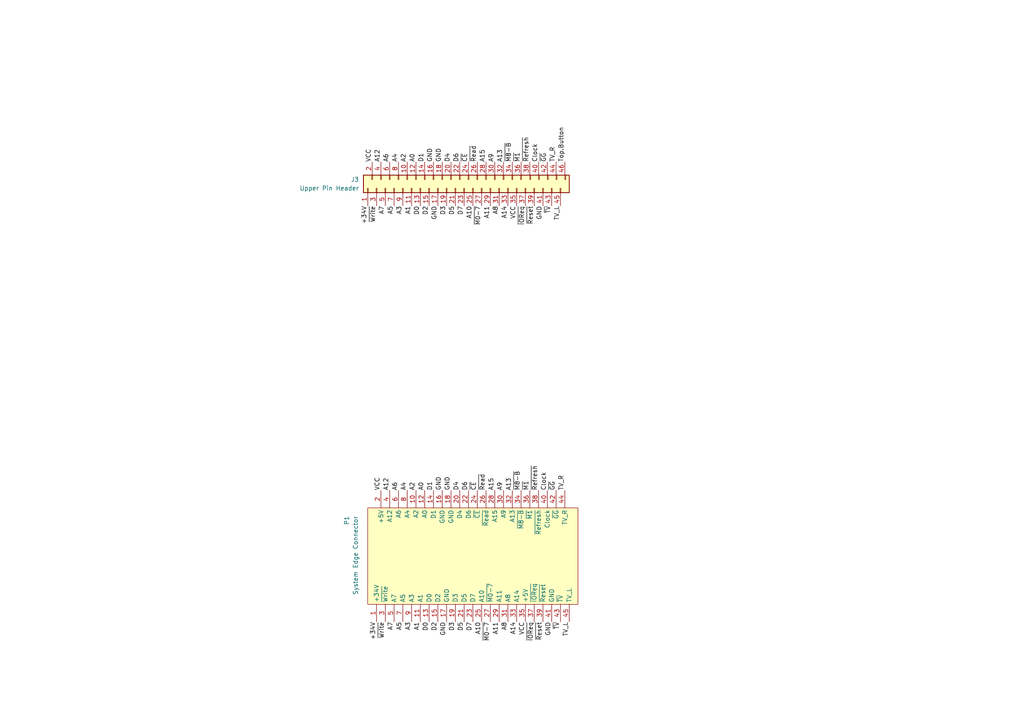
<source format=kicad_sch>
(kicad_sch
	(version 20231120)
	(generator "eeschema")
	(generator_version "8.0")
	(uuid "42ecdf49-74a4-4c8b-94be-4bd21f11fe50")
	(paper "A4")
	(lib_symbols
		(symbol "Connector_Generic:Conn_02x23_Odd_Even"
			(pin_names
				(offset 1.016) hide)
			(exclude_from_sim no)
			(in_bom yes)
			(on_board yes)
			(property "Reference" "J1"
				(at 2.5401 30.48 90)
				(effects
					(font
						(size 1.27 1.27)
					)
					(justify left)
				)
			)
			(property "Value" "Conn_02x23_Odd_Even"
				(at 0.0001 30.48 90)
				(effects
					(font
						(size 1.27 1.27)
					)
					(justify left)
				)
			)
			(property "Footprint" ""
				(at 0 0 0)
				(effects
					(font
						(size 1.27 1.27)
					)
					(hide yes)
				)
			)
			(property "Datasheet" "~"
				(at 0 0 0)
				(effects
					(font
						(size 1.27 1.27)
					)
					(hide yes)
				)
			)
			(property "Description" "Generic connector, double row, 02x23, odd/even pin numbering scheme (row 1 odd numbers, row 2 even numbers), script generated (kicad-library-utils/schlib/autogen/connector/)"
				(at 0 -2.54 0)
				(effects
					(font
						(size 1.27 1.27)
					)
					(hide yes)
				)
			)
			(property "ki_keywords" "connector"
				(at 0 0 0)
				(effects
					(font
						(size 1.27 1.27)
					)
					(hide yes)
				)
			)
			(property "ki_fp_filters" "Connector*:*_2x??_*"
				(at 0 0 0)
				(effects
					(font
						(size 1.27 1.27)
					)
					(hide yes)
				)
			)
			(symbol "Conn_02x23_Odd_Even_1_1"
				(rectangle
					(start -1.27 -27.813)
					(end 0 -28.067)
					(stroke
						(width 0.1524)
						(type default)
					)
					(fill
						(type none)
					)
				)
				(rectangle
					(start -1.27 -25.273)
					(end 0 -25.527)
					(stroke
						(width 0.1524)
						(type default)
					)
					(fill
						(type none)
					)
				)
				(rectangle
					(start -1.27 -22.733)
					(end 0 -22.987)
					(stroke
						(width 0.1524)
						(type default)
					)
					(fill
						(type none)
					)
				)
				(rectangle
					(start -1.27 -20.193)
					(end 0 -20.447)
					(stroke
						(width 0.1524)
						(type default)
					)
					(fill
						(type none)
					)
				)
				(rectangle
					(start -1.27 -17.653)
					(end 0 -17.907)
					(stroke
						(width 0.1524)
						(type default)
					)
					(fill
						(type none)
					)
				)
				(rectangle
					(start -1.27 -15.113)
					(end 0 -15.367)
					(stroke
						(width 0.1524)
						(type default)
					)
					(fill
						(type none)
					)
				)
				(rectangle
					(start -1.27 -12.573)
					(end 0 -12.827)
					(stroke
						(width 0.1524)
						(type default)
					)
					(fill
						(type none)
					)
				)
				(rectangle
					(start -1.27 -10.033)
					(end 0 -10.287)
					(stroke
						(width 0.1524)
						(type default)
					)
					(fill
						(type none)
					)
				)
				(rectangle
					(start -1.27 -7.493)
					(end 0 -7.747)
					(stroke
						(width 0.1524)
						(type default)
					)
					(fill
						(type none)
					)
				)
				(rectangle
					(start -1.27 -4.953)
					(end 0 -5.207)
					(stroke
						(width 0.1524)
						(type default)
					)
					(fill
						(type none)
					)
				)
				(rectangle
					(start -1.27 -2.413)
					(end 0 -2.667)
					(stroke
						(width 0.1524)
						(type default)
					)
					(fill
						(type none)
					)
				)
				(rectangle
					(start -1.27 0.127)
					(end 0 -0.127)
					(stroke
						(width 0.1524)
						(type default)
					)
					(fill
						(type none)
					)
				)
				(rectangle
					(start -1.27 2.667)
					(end 0 2.413)
					(stroke
						(width 0.1524)
						(type default)
					)
					(fill
						(type none)
					)
				)
				(rectangle
					(start -1.27 5.207)
					(end 0 4.953)
					(stroke
						(width 0.1524)
						(type default)
					)
					(fill
						(type none)
					)
				)
				(rectangle
					(start -1.27 7.747)
					(end 0 7.493)
					(stroke
						(width 0.1524)
						(type default)
					)
					(fill
						(type none)
					)
				)
				(rectangle
					(start -1.27 10.287)
					(end 0 10.033)
					(stroke
						(width 0.1524)
						(type default)
					)
					(fill
						(type none)
					)
				)
				(rectangle
					(start -1.27 12.827)
					(end 0 12.573)
					(stroke
						(width 0.1524)
						(type default)
					)
					(fill
						(type none)
					)
				)
				(rectangle
					(start -1.27 15.367)
					(end 0 15.113)
					(stroke
						(width 0.1524)
						(type default)
					)
					(fill
						(type none)
					)
				)
				(rectangle
					(start -1.27 17.907)
					(end 0 17.653)
					(stroke
						(width 0.1524)
						(type default)
					)
					(fill
						(type none)
					)
				)
				(rectangle
					(start -1.27 20.447)
					(end 0 20.193)
					(stroke
						(width 0.1524)
						(type default)
					)
					(fill
						(type none)
					)
				)
				(rectangle
					(start -1.27 22.987)
					(end 0 22.733)
					(stroke
						(width 0.1524)
						(type default)
					)
					(fill
						(type none)
					)
				)
				(rectangle
					(start -1.27 25.527)
					(end 0 25.273)
					(stroke
						(width 0.1524)
						(type default)
					)
					(fill
						(type none)
					)
				)
				(rectangle
					(start -1.27 28.067)
					(end 0 27.813)
					(stroke
						(width 0.1524)
						(type default)
					)
					(fill
						(type none)
					)
				)
				(rectangle
					(start -1.27 29.21)
					(end 3.81 -30.48)
					(stroke
						(width 0.254)
						(type default)
					)
					(fill
						(type background)
					)
				)
				(rectangle
					(start 2.54 -29.21)
					(end 3.81 -29.464)
					(stroke
						(width 0.1524)
						(type default)
					)
					(fill
						(type none)
					)
				)
				(rectangle
					(start 2.54 -26.67)
					(end 3.81 -26.924)
					(stroke
						(width 0.1524)
						(type default)
					)
					(fill
						(type none)
					)
				)
				(rectangle
					(start 2.54 -24.13)
					(end 3.81 -24.384)
					(stroke
						(width 0.1524)
						(type default)
					)
					(fill
						(type none)
					)
				)
				(rectangle
					(start 2.54 -21.59)
					(end 3.81 -21.844)
					(stroke
						(width 0.1524)
						(type default)
					)
					(fill
						(type none)
					)
				)
				(rectangle
					(start 2.54 -19.05)
					(end 3.81 -19.304)
					(stroke
						(width 0.1524)
						(type default)
					)
					(fill
						(type none)
					)
				)
				(rectangle
					(start 3.81 -16.383)
					(end 2.54 -16.637)
					(stroke
						(width 0.1524)
						(type default)
					)
					(fill
						(type none)
					)
				)
				(rectangle
					(start 3.81 -13.843)
					(end 2.54 -14.097)
					(stroke
						(width 0.1524)
						(type default)
					)
					(fill
						(type none)
					)
				)
				(rectangle
					(start 3.81 -11.303)
					(end 2.54 -11.557)
					(stroke
						(width 0.1524)
						(type default)
					)
					(fill
						(type none)
					)
				)
				(rectangle
					(start 3.81 -8.763)
					(end 2.54 -9.017)
					(stroke
						(width 0.1524)
						(type default)
					)
					(fill
						(type none)
					)
				)
				(rectangle
					(start 3.81 -6.223)
					(end 2.54 -6.477)
					(stroke
						(width 0.1524)
						(type default)
					)
					(fill
						(type none)
					)
				)
				(rectangle
					(start 3.81 -3.683)
					(end 2.54 -3.937)
					(stroke
						(width 0.1524)
						(type default)
					)
					(fill
						(type none)
					)
				)
				(rectangle
					(start 3.81 -1.143)
					(end 2.54 -1.397)
					(stroke
						(width 0.1524)
						(type default)
					)
					(fill
						(type none)
					)
				)
				(rectangle
					(start 3.81 1.397)
					(end 2.54 1.143)
					(stroke
						(width 0.1524)
						(type default)
					)
					(fill
						(type none)
					)
				)
				(rectangle
					(start 3.81 3.937)
					(end 2.54 3.683)
					(stroke
						(width 0.1524)
						(type default)
					)
					(fill
						(type none)
					)
				)
				(rectangle
					(start 3.81 6.477)
					(end 2.54 6.223)
					(stroke
						(width 0.1524)
						(type default)
					)
					(fill
						(type none)
					)
				)
				(rectangle
					(start 3.81 9.017)
					(end 2.54 8.763)
					(stroke
						(width 0.1524)
						(type default)
					)
					(fill
						(type none)
					)
				)
				(rectangle
					(start 3.81 11.557)
					(end 2.54 11.303)
					(stroke
						(width 0.1524)
						(type default)
					)
					(fill
						(type none)
					)
				)
				(rectangle
					(start 3.81 14.097)
					(end 2.54 13.843)
					(stroke
						(width 0.1524)
						(type default)
					)
					(fill
						(type none)
					)
				)
				(rectangle
					(start 3.81 16.637)
					(end 2.54 16.383)
					(stroke
						(width 0.1524)
						(type default)
					)
					(fill
						(type none)
					)
				)
				(rectangle
					(start 3.81 19.177)
					(end 2.54 18.923)
					(stroke
						(width 0.1524)
						(type default)
					)
					(fill
						(type none)
					)
				)
				(rectangle
					(start 3.81 21.717)
					(end 2.54 21.463)
					(stroke
						(width 0.1524)
						(type default)
					)
					(fill
						(type none)
					)
				)
				(rectangle
					(start 3.81 24.257)
					(end 2.54 24.003)
					(stroke
						(width 0.1524)
						(type default)
					)
					(fill
						(type none)
					)
				)
				(rectangle
					(start 3.81 26.797)
					(end 2.54 26.543)
					(stroke
						(width 0.1524)
						(type default)
					)
					(fill
						(type none)
					)
				)
				(pin passive line
					(at -5.08 27.94 0)
					(length 3.81)
					(name "Pin_1"
						(effects
							(font
								(size 1.27 1.27)
							)
						)
					)
					(number "1"
						(effects
							(font
								(size 1.27 1.27)
							)
						)
					)
				)
				(pin passive line
					(at 7.62 16.51 180)
					(length 3.81)
					(name "Pin_10"
						(effects
							(font
								(size 1.27 1.27)
							)
						)
					)
					(number "10"
						(effects
							(font
								(size 1.27 1.27)
							)
						)
					)
				)
				(pin passive line
					(at -5.08 15.24 0)
					(length 3.81)
					(name "Pin_11"
						(effects
							(font
								(size 1.27 1.27)
							)
						)
					)
					(number "11"
						(effects
							(font
								(size 1.27 1.27)
							)
						)
					)
				)
				(pin passive line
					(at 7.62 13.97 180)
					(length 3.81)
					(name "Pin_12"
						(effects
							(font
								(size 1.27 1.27)
							)
						)
					)
					(number "12"
						(effects
							(font
								(size 1.27 1.27)
							)
						)
					)
				)
				(pin passive line
					(at -5.08 12.7 0)
					(length 3.81)
					(name "Pin_13"
						(effects
							(font
								(size 1.27 1.27)
							)
						)
					)
					(number "13"
						(effects
							(font
								(size 1.27 1.27)
							)
						)
					)
				)
				(pin passive line
					(at 7.62 11.43 180)
					(length 3.81)
					(name "Pin_14"
						(effects
							(font
								(size 1.27 1.27)
							)
						)
					)
					(number "14"
						(effects
							(font
								(size 1.27 1.27)
							)
						)
					)
				)
				(pin passive line
					(at -5.08 10.16 0)
					(length 3.81)
					(name "Pin_15"
						(effects
							(font
								(size 1.27 1.27)
							)
						)
					)
					(number "15"
						(effects
							(font
								(size 1.27 1.27)
							)
						)
					)
				)
				(pin passive line
					(at 7.62 8.89 180)
					(length 3.81)
					(name "Pin_16"
						(effects
							(font
								(size 1.27 1.27)
							)
						)
					)
					(number "16"
						(effects
							(font
								(size 1.27 1.27)
							)
						)
					)
				)
				(pin passive line
					(at -5.08 7.62 0)
					(length 3.81)
					(name "Pin_17"
						(effects
							(font
								(size 1.27 1.27)
							)
						)
					)
					(number "17"
						(effects
							(font
								(size 1.27 1.27)
							)
						)
					)
				)
				(pin passive line
					(at 7.62 6.35 180)
					(length 3.81)
					(name "Pin_18"
						(effects
							(font
								(size 1.27 1.27)
							)
						)
					)
					(number "18"
						(effects
							(font
								(size 1.27 1.27)
							)
						)
					)
				)
				(pin passive line
					(at -5.08 5.08 0)
					(length 3.81)
					(name "Pin_19"
						(effects
							(font
								(size 1.27 1.27)
							)
						)
					)
					(number "19"
						(effects
							(font
								(size 1.27 1.27)
							)
						)
					)
				)
				(pin passive line
					(at 7.62 26.67 180)
					(length 3.81)
					(name "Pin_2"
						(effects
							(font
								(size 1.27 1.27)
							)
						)
					)
					(number "2"
						(effects
							(font
								(size 1.27 1.27)
							)
						)
					)
				)
				(pin passive line
					(at 7.62 3.81 180)
					(length 3.81)
					(name "Pin_20"
						(effects
							(font
								(size 1.27 1.27)
							)
						)
					)
					(number "20"
						(effects
							(font
								(size 1.27 1.27)
							)
						)
					)
				)
				(pin passive line
					(at -5.08 2.54 0)
					(length 3.81)
					(name "Pin_21"
						(effects
							(font
								(size 1.27 1.27)
							)
						)
					)
					(number "21"
						(effects
							(font
								(size 1.27 1.27)
							)
						)
					)
				)
				(pin passive line
					(at 7.62 1.27 180)
					(length 3.81)
					(name "Pin_22"
						(effects
							(font
								(size 1.27 1.27)
							)
						)
					)
					(number "22"
						(effects
							(font
								(size 1.27 1.27)
							)
						)
					)
				)
				(pin passive line
					(at -5.08 0 0)
					(length 3.81)
					(name "Pin_23"
						(effects
							(font
								(size 1.27 1.27)
							)
						)
					)
					(number "23"
						(effects
							(font
								(size 1.27 1.27)
							)
						)
					)
				)
				(pin passive line
					(at 7.62 -1.27 180)
					(length 3.81)
					(name "Pin_24"
						(effects
							(font
								(size 1.27 1.27)
							)
						)
					)
					(number "24"
						(effects
							(font
								(size 1.27 1.27)
							)
						)
					)
				)
				(pin passive line
					(at -5.08 -2.54 0)
					(length 3.81)
					(name "Pin_25"
						(effects
							(font
								(size 1.27 1.27)
							)
						)
					)
					(number "25"
						(effects
							(font
								(size 1.27 1.27)
							)
						)
					)
				)
				(pin passive line
					(at 7.62 -3.81 180)
					(length 3.81)
					(name "Pin_26"
						(effects
							(font
								(size 1.27 1.27)
							)
						)
					)
					(number "26"
						(effects
							(font
								(size 1.27 1.27)
							)
						)
					)
				)
				(pin passive line
					(at -5.08 -5.08 0)
					(length 3.81)
					(name "Pin_27"
						(effects
							(font
								(size 1.27 1.27)
							)
						)
					)
					(number "27"
						(effects
							(font
								(size 1.27 1.27)
							)
						)
					)
				)
				(pin passive line
					(at 7.62 -6.35 180)
					(length 3.81)
					(name "Pin_28"
						(effects
							(font
								(size 1.27 1.27)
							)
						)
					)
					(number "28"
						(effects
							(font
								(size 1.27 1.27)
							)
						)
					)
				)
				(pin passive line
					(at -5.08 -7.62 0)
					(length 3.81)
					(name "Pin_29"
						(effects
							(font
								(size 1.27 1.27)
							)
						)
					)
					(number "29"
						(effects
							(font
								(size 1.27 1.27)
							)
						)
					)
				)
				(pin passive line
					(at -5.08 25.4 0)
					(length 3.81)
					(name "Pin_3"
						(effects
							(font
								(size 1.27 1.27)
							)
						)
					)
					(number "3"
						(effects
							(font
								(size 1.27 1.27)
							)
						)
					)
				)
				(pin passive line
					(at 7.62 -8.89 180)
					(length 3.81)
					(name "Pin_30"
						(effects
							(font
								(size 1.27 1.27)
							)
						)
					)
					(number "30"
						(effects
							(font
								(size 1.27 1.27)
							)
						)
					)
				)
				(pin passive line
					(at -5.08 -10.16 0)
					(length 3.81)
					(name "Pin_31"
						(effects
							(font
								(size 1.27 1.27)
							)
						)
					)
					(number "31"
						(effects
							(font
								(size 1.27 1.27)
							)
						)
					)
				)
				(pin passive line
					(at 7.62 -11.43 180)
					(length 3.81)
					(name "Pin_32"
						(effects
							(font
								(size 1.27 1.27)
							)
						)
					)
					(number "32"
						(effects
							(font
								(size 1.27 1.27)
							)
						)
					)
				)
				(pin passive line
					(at -5.08 -12.7 0)
					(length 3.81)
					(name "Pin_33"
						(effects
							(font
								(size 1.27 1.27)
							)
						)
					)
					(number "33"
						(effects
							(font
								(size 1.27 1.27)
							)
						)
					)
				)
				(pin passive line
					(at 7.62 -13.97 180)
					(length 3.81)
					(name "Pin_34"
						(effects
							(font
								(size 1.27 1.27)
							)
						)
					)
					(number "34"
						(effects
							(font
								(size 1.27 1.27)
							)
						)
					)
				)
				(pin passive line
					(at -5.08 -15.24 0)
					(length 3.81)
					(name "Pin_35"
						(effects
							(font
								(size 1.27 1.27)
							)
						)
					)
					(number "35"
						(effects
							(font
								(size 1.27 1.27)
							)
						)
					)
				)
				(pin passive line
					(at 7.62 -16.51 180)
					(length 3.81)
					(name "Pin_36"
						(effects
							(font
								(size 1.27 1.27)
							)
						)
					)
					(number "36"
						(effects
							(font
								(size 1.27 1.27)
							)
						)
					)
				)
				(pin passive line
					(at -5.08 -17.78 0)
					(length 3.81)
					(name "Pin_37"
						(effects
							(font
								(size 1.27 1.27)
							)
						)
					)
					(number "37"
						(effects
							(font
								(size 1.27 1.27)
							)
						)
					)
				)
				(pin passive line
					(at 7.62 -19.05 180)
					(length 3.81)
					(name "Pin_38"
						(effects
							(font
								(size 1.27 1.27)
							)
						)
					)
					(number "38"
						(effects
							(font
								(size 1.27 1.27)
							)
						)
					)
				)
				(pin passive line
					(at -5.08 -20.32 0)
					(length 3.81)
					(name "Pin_39"
						(effects
							(font
								(size 1.27 1.27)
							)
						)
					)
					(number "39"
						(effects
							(font
								(size 1.27 1.27)
							)
						)
					)
				)
				(pin passive line
					(at 7.62 24.13 180)
					(length 3.81)
					(name "Pin_4"
						(effects
							(font
								(size 1.27 1.27)
							)
						)
					)
					(number "4"
						(effects
							(font
								(size 1.27 1.27)
							)
						)
					)
				)
				(pin passive line
					(at 7.62 -21.59 180)
					(length 3.81)
					(name "Pin_40"
						(effects
							(font
								(size 1.27 1.27)
							)
						)
					)
					(number "40"
						(effects
							(font
								(size 1.27 1.27)
							)
						)
					)
				)
				(pin passive line
					(at -5.08 -22.86 0)
					(length 3.81)
					(name "Pin_41"
						(effects
							(font
								(size 1.27 1.27)
							)
						)
					)
					(number "41"
						(effects
							(font
								(size 1.27 1.27)
							)
						)
					)
				)
				(pin passive line
					(at 7.62 -24.13 180)
					(length 3.81)
					(name "Pin_42"
						(effects
							(font
								(size 1.27 1.27)
							)
						)
					)
					(number "42"
						(effects
							(font
								(size 1.27 1.27)
							)
						)
					)
				)
				(pin passive line
					(at -5.08 -25.4 0)
					(length 3.81)
					(name "Pin_43"
						(effects
							(font
								(size 1.27 1.27)
							)
						)
					)
					(number "43"
						(effects
							(font
								(size 1.27 1.27)
							)
						)
					)
				)
				(pin passive line
					(at 7.62 -26.67 180)
					(length 3.81)
					(name "Pin_44"
						(effects
							(font
								(size 1.27 1.27)
							)
						)
					)
					(number "44"
						(effects
							(font
								(size 1.27 1.27)
							)
						)
					)
				)
				(pin passive line
					(at -5.08 -27.94 0)
					(length 3.81)
					(name "Pin_45"
						(effects
							(font
								(size 1.27 1.27)
							)
						)
					)
					(number "45"
						(effects
							(font
								(size 1.27 1.27)
							)
						)
					)
				)
				(pin passive line
					(at 7.62 -29.21 180)
					(length 3.81)
					(name "Pin_46"
						(effects
							(font
								(size 1.27 1.27)
							)
						)
					)
					(number "46"
						(effects
							(font
								(size 1.27 1.27)
							)
						)
					)
				)
				(pin passive line
					(at -5.08 22.86 0)
					(length 3.81)
					(name "Pin_5"
						(effects
							(font
								(size 1.27 1.27)
							)
						)
					)
					(number "5"
						(effects
							(font
								(size 1.27 1.27)
							)
						)
					)
				)
				(pin passive line
					(at 7.62 21.59 180)
					(length 3.81)
					(name "Pin_6"
						(effects
							(font
								(size 1.27 1.27)
							)
						)
					)
					(number "6"
						(effects
							(font
								(size 1.27 1.27)
							)
						)
					)
				)
				(pin passive line
					(at -5.08 20.32 0)
					(length 3.81)
					(name "Pin_7"
						(effects
							(font
								(size 1.27 1.27)
							)
						)
					)
					(number "7"
						(effects
							(font
								(size 1.27 1.27)
							)
						)
					)
				)
				(pin passive line
					(at 7.62 19.05 180)
					(length 3.81)
					(name "Pin_8"
						(effects
							(font
								(size 1.27 1.27)
							)
						)
					)
					(number "8"
						(effects
							(font
								(size 1.27 1.27)
							)
						)
					)
				)
				(pin passive line
					(at -5.08 17.78 0)
					(length 3.81)
					(name "Pin_9"
						(effects
							(font
								(size 1.27 1.27)
							)
						)
					)
					(number "9"
						(effects
							(font
								(size 1.27 1.27)
							)
						)
					)
				)
			)
		)
		(symbol "Game Gear:GG_Slot"
			(exclude_from_sim no)
			(in_bom yes)
			(on_board yes)
			(property "Reference" "J1"
				(at 18.034 26.416 0)
				(effects
					(font
						(size 1.27 1.27)
					)
					(justify right)
					(hide yes)
				)
			)
			(property "Value" "Game Cartridge Connector"
				(at 18.034 23.876 0)
				(effects
					(font
						(size 1.27 1.27)
					)
					(justify right)
				)
			)
			(property "Footprint" "GameGear:System Edge Connector"
				(at 0 0 0)
				(effects
					(font
						(size 1.27 1.27)
					)
					(hide yes)
				)
			)
			(property "Datasheet" ""
				(at 0 0 0)
				(effects
					(font
						(size 1.27 1.27)
					)
					(hide yes)
				)
			)
			(property "Description" ""
				(at 0 0 0)
				(effects
					(font
						(size 1.27 1.27)
					)
					(hide yes)
				)
			)
			(symbol "GG_Slot_1_1"
				(rectangle
					(start -7.62 20.32)
					(end 20.32 -40.64)
					(stroke
						(width 0.1524)
						(type default)
					)
					(fill
						(type background)
					)
				)
				(pin power_in line
					(at -12.7 17.78 0)
					(length 5.08)
					(name "+34V"
						(effects
							(font
								(size 1.27 1.27)
							)
						)
					)
					(number "1"
						(effects
							(font
								(size 1.27 1.27)
							)
						)
					)
				)
				(pin input line
					(at 25.4 6.35 180)
					(length 5.08)
					(name "A2"
						(effects
							(font
								(size 1.27 1.27)
							)
						)
					)
					(number "10"
						(effects
							(font
								(size 1.27 1.27)
							)
						)
					)
				)
				(pin input line
					(at -12.7 5.08 0)
					(length 5.08)
					(name "A1"
						(effects
							(font
								(size 1.27 1.27)
							)
						)
					)
					(number "11"
						(effects
							(font
								(size 1.27 1.27)
							)
						)
					)
				)
				(pin input line
					(at 25.4 3.81 180)
					(length 5.08)
					(name "A0"
						(effects
							(font
								(size 1.27 1.27)
							)
						)
					)
					(number "12"
						(effects
							(font
								(size 1.27 1.27)
							)
						)
					)
				)
				(pin bidirectional line
					(at -12.7 2.54 0)
					(length 5.08)
					(name "D0"
						(effects
							(font
								(size 1.27 1.27)
							)
						)
					)
					(number "13"
						(effects
							(font
								(size 1.27 1.27)
							)
						)
					)
				)
				(pin bidirectional line
					(at 25.4 1.27 180)
					(length 5.08)
					(name "D1"
						(effects
							(font
								(size 1.27 1.27)
							)
						)
					)
					(number "14"
						(effects
							(font
								(size 1.27 1.27)
							)
						)
					)
				)
				(pin bidirectional line
					(at -12.7 0 0)
					(length 5.08)
					(name "D2"
						(effects
							(font
								(size 1.27 1.27)
							)
						)
					)
					(number "15"
						(effects
							(font
								(size 1.27 1.27)
							)
						)
					)
				)
				(pin power_in line
					(at 25.4 -1.27 180)
					(length 5.08)
					(name "GND"
						(effects
							(font
								(size 1.27 1.27)
							)
						)
					)
					(number "16"
						(effects
							(font
								(size 1.27 1.27)
							)
						)
					)
				)
				(pin power_in line
					(at -12.7 -2.54 0)
					(length 5.08)
					(name "GND"
						(effects
							(font
								(size 1.27 1.27)
							)
						)
					)
					(number "17"
						(effects
							(font
								(size 1.27 1.27)
							)
						)
					)
				)
				(pin power_in line
					(at 25.4 -3.81 180)
					(length 5.08)
					(name "GND"
						(effects
							(font
								(size 1.27 1.27)
							)
						)
					)
					(number "18"
						(effects
							(font
								(size 1.27 1.27)
							)
						)
					)
				)
				(pin bidirectional line
					(at -12.7 -5.08 0)
					(length 5.08)
					(name "D3"
						(effects
							(font
								(size 1.27 1.27)
							)
						)
					)
					(number "19"
						(effects
							(font
								(size 1.27 1.27)
							)
						)
					)
				)
				(pin power_in line
					(at 25.4 16.51 180)
					(length 5.08)
					(name "+5V"
						(effects
							(font
								(size 1.27 1.27)
							)
						)
					)
					(number "2"
						(effects
							(font
								(size 1.27 1.27)
							)
						)
					)
				)
				(pin bidirectional line
					(at 25.4 -6.35 180)
					(length 5.08)
					(name "D4"
						(effects
							(font
								(size 1.27 1.27)
							)
						)
					)
					(number "20"
						(effects
							(font
								(size 1.27 1.27)
							)
						)
					)
				)
				(pin bidirectional line
					(at -12.7 -7.62 0)
					(length 5.08)
					(name "D5"
						(effects
							(font
								(size 1.27 1.27)
							)
						)
					)
					(number "21"
						(effects
							(font
								(size 1.27 1.27)
							)
						)
					)
				)
				(pin bidirectional line
					(at 25.4 -8.89 180)
					(length 5.08)
					(name "D6"
						(effects
							(font
								(size 1.27 1.27)
							)
						)
					)
					(number "22"
						(effects
							(font
								(size 1.27 1.27)
							)
						)
					)
				)
				(pin bidirectional line
					(at -12.7 -10.16 0)
					(length 5.08)
					(name "D7"
						(effects
							(font
								(size 1.27 1.27)
							)
						)
					)
					(number "23"
						(effects
							(font
								(size 1.27 1.27)
							)
						)
					)
				)
				(pin input line
					(at 25.4 -11.43 180)
					(length 5.08)
					(name "~{CE}"
						(effects
							(font
								(size 1.27 1.27)
							)
						)
					)
					(number "24"
						(effects
							(font
								(size 1.27 1.27)
							)
						)
					)
				)
				(pin input line
					(at -12.7 -12.7 0)
					(length 5.08)
					(name "A10"
						(effects
							(font
								(size 1.27 1.27)
							)
						)
					)
					(number "25"
						(effects
							(font
								(size 1.27 1.27)
							)
						)
					)
				)
				(pin input line
					(at 25.4 -13.97 180)
					(length 5.08)
					(name "~{Read}"
						(effects
							(font
								(size 1.27 1.27)
							)
						)
					)
					(number "26"
						(effects
							(font
								(size 1.27 1.27)
							)
						)
					)
				)
				(pin input line
					(at -12.7 -15.24 0)
					(length 5.08)
					(name "~{M0-7}"
						(effects
							(font
								(size 1.27 1.27)
							)
						)
					)
					(number "27"
						(effects
							(font
								(size 1.27 1.27)
							)
						)
					)
				)
				(pin input line
					(at 25.4 -16.51 180)
					(length 5.08)
					(name "A15"
						(effects
							(font
								(size 1.27 1.27)
							)
						)
					)
					(number "28"
						(effects
							(font
								(size 1.27 1.27)
							)
						)
					)
				)
				(pin input line
					(at -12.7 -17.78 0)
					(length 5.08)
					(name "A11"
						(effects
							(font
								(size 1.27 1.27)
							)
						)
					)
					(number "29"
						(effects
							(font
								(size 1.27 1.27)
							)
						)
					)
				)
				(pin input line
					(at -12.7 15.24 0)
					(length 5.08)
					(name "~{Write}"
						(effects
							(font
								(size 1.27 1.27)
							)
						)
					)
					(number "3"
						(effects
							(font
								(size 1.27 1.27)
							)
						)
					)
				)
				(pin input line
					(at 25.4 -19.05 180)
					(length 5.08)
					(name "A9"
						(effects
							(font
								(size 1.27 1.27)
							)
						)
					)
					(number "30"
						(effects
							(font
								(size 1.27 1.27)
							)
						)
					)
				)
				(pin input line
					(at -12.7 -20.32 0)
					(length 5.08)
					(name "A8"
						(effects
							(font
								(size 1.27 1.27)
							)
						)
					)
					(number "31"
						(effects
							(font
								(size 1.27 1.27)
							)
						)
					)
				)
				(pin input line
					(at 25.4 -21.59 180)
					(length 5.08)
					(name "A13"
						(effects
							(font
								(size 1.27 1.27)
							)
						)
					)
					(number "32"
						(effects
							(font
								(size 1.27 1.27)
							)
						)
					)
				)
				(pin input line
					(at -12.7 -22.86 0)
					(length 5.08)
					(name "A14"
						(effects
							(font
								(size 1.27 1.27)
							)
						)
					)
					(number "33"
						(effects
							(font
								(size 1.27 1.27)
							)
						)
					)
				)
				(pin input line
					(at 25.4 -24.13 180)
					(length 5.08)
					(name "~{M8-B}"
						(effects
							(font
								(size 1.27 1.27)
							)
						)
					)
					(number "34"
						(effects
							(font
								(size 1.27 1.27)
							)
						)
					)
				)
				(pin power_in line
					(at -12.7 -25.4 0)
					(length 5.08)
					(name "+5V"
						(effects
							(font
								(size 1.27 1.27)
							)
						)
					)
					(number "35"
						(effects
							(font
								(size 1.27 1.27)
							)
						)
					)
				)
				(pin input line
					(at 25.4 -26.67 180)
					(length 5.08)
					(name "~{M1}"
						(effects
							(font
								(size 1.27 1.27)
							)
						)
					)
					(number "36"
						(effects
							(font
								(size 1.27 1.27)
							)
						)
					)
				)
				(pin input line
					(at -12.7 -27.94 0)
					(length 5.08)
					(name "~{IOReq}"
						(effects
							(font
								(size 1.27 1.27)
							)
						)
					)
					(number "37"
						(effects
							(font
								(size 1.27 1.27)
							)
						)
					)
				)
				(pin input line
					(at 25.4 -29.21 180)
					(length 5.08)
					(name "~{Refresh}"
						(effects
							(font
								(size 1.27 1.27)
							)
						)
					)
					(number "38"
						(effects
							(font
								(size 1.27 1.27)
							)
						)
					)
				)
				(pin input line
					(at -12.7 -30.48 0)
					(length 5.08)
					(name "~{Reset}"
						(effects
							(font
								(size 1.27 1.27)
							)
						)
					)
					(number "39"
						(effects
							(font
								(size 1.27 1.27)
							)
						)
					)
				)
				(pin input line
					(at 25.4 13.97 180)
					(length 5.08)
					(name "A12"
						(effects
							(font
								(size 1.27 1.27)
							)
						)
					)
					(number "4"
						(effects
							(font
								(size 1.27 1.27)
							)
						)
					)
				)
				(pin input line
					(at 25.4 -31.75 180)
					(length 5.08)
					(name "Clock"
						(effects
							(font
								(size 1.27 1.27)
							)
						)
					)
					(number "40"
						(effects
							(font
								(size 1.27 1.27)
							)
						)
					)
				)
				(pin power_in line
					(at -12.7 -33.02 0)
					(length 5.08)
					(name "GND"
						(effects
							(font
								(size 1.27 1.27)
							)
						)
					)
					(number "41"
						(effects
							(font
								(size 1.27 1.27)
							)
						)
					)
				)
				(pin input line
					(at 25.4 -34.29 180)
					(length 5.08)
					(name "~{GG}"
						(effects
							(font
								(size 1.27 1.27)
							)
						)
					)
					(number "42"
						(effects
							(font
								(size 1.27 1.27)
							)
						)
					)
				)
				(pin input line
					(at -12.7 -35.56 0)
					(length 5.08)
					(name "~{TV}"
						(effects
							(font
								(size 1.27 1.27)
							)
						)
					)
					(number "43"
						(effects
							(font
								(size 1.27 1.27)
							)
						)
					)
				)
				(pin input line
					(at 25.4 -36.83 180)
					(length 5.08)
					(name "TV_R"
						(effects
							(font
								(size 1.27 1.27)
							)
						)
					)
					(number "44"
						(effects
							(font
								(size 1.27 1.27)
							)
						)
					)
				)
				(pin input line
					(at -12.7 -38.1 0)
					(length 5.08)
					(name "TV_L"
						(effects
							(font
								(size 1.27 1.27)
							)
						)
					)
					(number "45"
						(effects
							(font
								(size 1.27 1.27)
							)
						)
					)
				)
				(pin input line
					(at -12.7 12.7 0)
					(length 5.08)
					(name "A7"
						(effects
							(font
								(size 1.27 1.27)
							)
						)
					)
					(number "5"
						(effects
							(font
								(size 1.27 1.27)
							)
						)
					)
				)
				(pin input line
					(at 25.4 11.43 180)
					(length 5.08)
					(name "A6"
						(effects
							(font
								(size 1.27 1.27)
							)
						)
					)
					(number "6"
						(effects
							(font
								(size 1.27 1.27)
							)
						)
					)
				)
				(pin input line
					(at -12.7 10.16 0)
					(length 5.08)
					(name "A5"
						(effects
							(font
								(size 1.27 1.27)
							)
						)
					)
					(number "7"
						(effects
							(font
								(size 1.27 1.27)
							)
						)
					)
				)
				(pin input line
					(at 25.4 8.89 180)
					(length 5.08)
					(name "A4"
						(effects
							(font
								(size 1.27 1.27)
							)
						)
					)
					(number "8"
						(effects
							(font
								(size 1.27 1.27)
							)
						)
					)
				)
				(pin input line
					(at -12.7 7.62 0)
					(length 5.08)
					(name "A3"
						(effects
							(font
								(size 1.27 1.27)
							)
						)
					)
					(number "9"
						(effects
							(font
								(size 1.27 1.27)
							)
						)
					)
				)
			)
		)
	)
	(label "A14"
		(at 149.86 180.34 270)
		(fields_autoplaced yes)
		(effects
			(font
				(size 1.27 1.27)
			)
			(justify right bottom)
		)
		(uuid "01447050-a78c-40a5-943e-4dee1ed23936")
	)
	(label "GND"
		(at 157.48 59.69 270)
		(fields_autoplaced yes)
		(effects
			(font
				(size 1.27 1.27)
			)
			(justify right bottom)
		)
		(uuid "02f66ca3-b499-4127-a72b-1202cb486b86")
	)
	(label "A4"
		(at 118.11 142.24 90)
		(fields_autoplaced yes)
		(effects
			(font
				(size 1.27 1.27)
			)
			(justify left bottom)
		)
		(uuid "031bc684-a656-4bcc-8d22-8ac497c72f13")
	)
	(label "~{GG}"
		(at 161.29 142.24 90)
		(fields_autoplaced yes)
		(effects
			(font
				(size 1.27 1.27)
			)
			(justify left bottom)
		)
		(uuid "0698ef70-c94b-4756-a3af-bdaad497b32a")
	)
	(label "VCC"
		(at 107.95 46.99 90)
		(fields_autoplaced yes)
		(effects
			(font
				(size 1.27 1.27)
			)
			(justify left bottom)
		)
		(uuid "07a7a4cd-7ab4-4ae1-8416-b274568b0bb0")
	)
	(label "~{CE}"
		(at 135.89 46.99 90)
		(fields_autoplaced yes)
		(effects
			(font
				(size 1.27 1.27)
			)
			(justify left bottom)
		)
		(uuid "07e939de-385e-4b72-8089-1e379630d31b")
	)
	(label "~{CE}"
		(at 138.43 142.24 90)
		(fields_autoplaced yes)
		(effects
			(font
				(size 1.27 1.27)
			)
			(justify left bottom)
		)
		(uuid "0b056c82-ebed-43ff-8363-ae172ce10e4e")
	)
	(label "~{Read}"
		(at 138.43 46.99 90)
		(fields_autoplaced yes)
		(effects
			(font
				(size 1.27 1.27)
			)
			(justify left bottom)
		)
		(uuid "11c33066-a45f-4126-9447-c1ab8502dd9a")
	)
	(label "+34V"
		(at 109.22 180.34 270)
		(fields_autoplaced yes)
		(effects
			(font
				(size 1.27 1.27)
			)
			(justify right bottom)
		)
		(uuid "1279067c-02da-4a5c-add4-34c7b396a52c")
	)
	(label "A10"
		(at 139.7 180.34 270)
		(fields_autoplaced yes)
		(effects
			(font
				(size 1.27 1.27)
			)
			(justify right bottom)
		)
		(uuid "12c6ed43-dba0-4e3c-87d8-b349e30e4e4b")
	)
	(label "~{Read}"
		(at 140.97 142.24 90)
		(fields_autoplaced yes)
		(effects
			(font
				(size 1.27 1.27)
			)
			(justify left bottom)
		)
		(uuid "162adc45-aba3-49ce-8306-05a172b24771")
	)
	(label "GND"
		(at 129.54 180.34 270)
		(fields_autoplaced yes)
		(effects
			(font
				(size 1.27 1.27)
			)
			(justify right bottom)
		)
		(uuid "1b470b28-f755-437f-a535-aba41e9c2846")
	)
	(label "D2"
		(at 124.46 59.69 270)
		(fields_autoplaced yes)
		(effects
			(font
				(size 1.27 1.27)
			)
			(justify right bottom)
		)
		(uuid "1c0ebcda-d69b-44b6-b1f5-71f4f1551fec")
	)
	(label "~{M0-7}"
		(at 139.7 59.69 270)
		(fields_autoplaced yes)
		(effects
			(font
				(size 1.27 1.27)
			)
			(justify right bottom)
		)
		(uuid "1dda7a7f-3a14-4c0c-a639-c118d69595ed")
	)
	(label "~{M8-B}"
		(at 151.13 142.24 90)
		(fields_autoplaced yes)
		(effects
			(font
				(size 1.27 1.27)
			)
			(justify left bottom)
		)
		(uuid "23a4de40-72a0-4fd5-8ddc-b25358515493")
	)
	(label "D3"
		(at 132.08 180.34 270)
		(fields_autoplaced yes)
		(effects
			(font
				(size 1.27 1.27)
			)
			(justify right bottom)
		)
		(uuid "2430179f-e060-4a15-8693-e70c5a0267c1")
	)
	(label "A3"
		(at 116.84 59.69 270)
		(fields_autoplaced yes)
		(effects
			(font
				(size 1.27 1.27)
			)
			(justify right bottom)
		)
		(uuid "2432b33c-93ad-48cc-894e-0a3024f6a8b8")
	)
	(label "A1"
		(at 121.92 180.34 270)
		(fields_autoplaced yes)
		(effects
			(font
				(size 1.27 1.27)
			)
			(justify right bottom)
		)
		(uuid "26c5febc-8d09-4957-9033-856dd925db77")
	)
	(label "Top.Button"
		(at 163.83 46.99 90)
		(fields_autoplaced yes)
		(effects
			(font
				(size 1.27 1.27)
			)
			(justify left bottom)
		)
		(uuid "298265a8-b8df-4a7d-a4b3-d41fd9666730")
	)
	(label "Clock"
		(at 158.75 142.24 90)
		(fields_autoplaced yes)
		(effects
			(font
				(size 1.27 1.27)
			)
			(justify left bottom)
		)
		(uuid "2c174e9e-4d41-465a-aed8-57caa8ab66b0")
	)
	(label "A9"
		(at 143.51 46.99 90)
		(fields_autoplaced yes)
		(effects
			(font
				(size 1.27 1.27)
			)
			(justify left bottom)
		)
		(uuid "35bdd59f-d7e4-4657-ba76-be79cf5c9948")
	)
	(label "D7"
		(at 137.16 180.34 270)
		(fields_autoplaced yes)
		(effects
			(font
				(size 1.27 1.27)
			)
			(justify right bottom)
		)
		(uuid "3a70c02b-2329-4245-8a74-fffd51ff89d7")
	)
	(label "A13"
		(at 146.05 46.99 90)
		(fields_autoplaced yes)
		(effects
			(font
				(size 1.27 1.27)
			)
			(justify left bottom)
		)
		(uuid "3deca8b0-bc68-4424-b0cf-ea2d1ca870f9")
	)
	(label "D2"
		(at 127 180.34 270)
		(fields_autoplaced yes)
		(effects
			(font
				(size 1.27 1.27)
			)
			(justify right bottom)
		)
		(uuid "3e2ccf3b-4b9c-40f9-bc62-32ad3e57d695")
	)
	(label "A12"
		(at 113.03 142.24 90)
		(fields_autoplaced yes)
		(effects
			(font
				(size 1.27 1.27)
			)
			(justify left bottom)
		)
		(uuid "432e9fd5-2ea4-40d2-8fa4-4f413fbb8b6f")
	)
	(label "~{TV}"
		(at 160.02 59.69 270)
		(fields_autoplaced yes)
		(effects
			(font
				(size 1.27 1.27)
			)
			(justify right bottom)
		)
		(uuid "44451e9b-4d78-4f13-9d05-dd7b493c9d2a")
	)
	(label "A8"
		(at 144.78 59.69 270)
		(fields_autoplaced yes)
		(effects
			(font
				(size 1.27 1.27)
			)
			(justify right bottom)
		)
		(uuid "448605b0-43cc-44ef-a169-fbae2873edf1")
	)
	(label "A5"
		(at 114.3 59.69 270)
		(fields_autoplaced yes)
		(effects
			(font
				(size 1.27 1.27)
			)
			(justify right bottom)
		)
		(uuid "4550cf35-98f9-4033-9fb6-5462e36dec55")
	)
	(label "A2"
		(at 120.65 142.24 90)
		(fields_autoplaced yes)
		(effects
			(font
				(size 1.27 1.27)
			)
			(justify left bottom)
		)
		(uuid "4ce19e76-0096-4def-8e9c-364ddb66553e")
	)
	(label "GND"
		(at 127 59.69 270)
		(fields_autoplaced yes)
		(effects
			(font
				(size 1.27 1.27)
			)
			(justify right bottom)
		)
		(uuid "50fca6d6-16e3-4a81-9797-8ea268f9d1fa")
	)
	(label "VCC"
		(at 152.4 180.34 270)
		(fields_autoplaced yes)
		(effects
			(font
				(size 1.27 1.27)
			)
			(justify right bottom)
		)
		(uuid "54c0d239-c3af-4ab2-82dc-1f27076420a6")
	)
	(label "+34V"
		(at 106.68 59.69 270)
		(fields_autoplaced yes)
		(effects
			(font
				(size 1.27 1.27)
			)
			(justify right bottom)
		)
		(uuid "5b6dbcf0-f6ee-4ffe-aad7-318e364c87b4")
	)
	(label "GND"
		(at 160.02 180.34 270)
		(fields_autoplaced yes)
		(effects
			(font
				(size 1.27 1.27)
			)
			(justify right bottom)
		)
		(uuid "5c4577b5-22e0-49ca-bd29-3ce9f77c30c1")
	)
	(label "~{Write}"
		(at 111.76 180.34 270)
		(fields_autoplaced yes)
		(effects
			(font
				(size 1.27 1.27)
			)
			(justify right bottom)
		)
		(uuid "5ef2f36f-a74f-43a3-a273-2268e4b41ec4")
	)
	(label "D1"
		(at 123.19 46.99 90)
		(fields_autoplaced yes)
		(effects
			(font
				(size 1.27 1.27)
			)
			(justify left bottom)
		)
		(uuid "5f5d1d53-4194-437d-adb0-bcceb82948ef")
	)
	(label "~{TV}"
		(at 162.56 180.34 270)
		(fields_autoplaced yes)
		(effects
			(font
				(size 1.27 1.27)
			)
			(justify right bottom)
		)
		(uuid "60505061-69e0-4ff9-bb48-291140609ed0")
	)
	(label "D5"
		(at 134.62 180.34 270)
		(fields_autoplaced yes)
		(effects
			(font
				(size 1.27 1.27)
			)
			(justify right bottom)
		)
		(uuid "616bae96-6b3a-43cb-8f42-1e3744bbc940")
	)
	(label "A3"
		(at 119.38 180.34 270)
		(fields_autoplaced yes)
		(effects
			(font
				(size 1.27 1.27)
			)
			(justify right bottom)
		)
		(uuid "63097354-d680-495b-9201-0073816c2921")
	)
	(label "~{GG}"
		(at 158.75 46.99 90)
		(fields_autoplaced yes)
		(effects
			(font
				(size 1.27 1.27)
			)
			(justify left bottom)
		)
		(uuid "63a2ef67-8506-4b75-afdb-ffe3ec7abca9")
	)
	(label "D6"
		(at 135.89 142.24 90)
		(fields_autoplaced yes)
		(effects
			(font
				(size 1.27 1.27)
			)
			(justify left bottom)
		)
		(uuid "653cc993-98ed-4be7-a927-31906778f502")
	)
	(label "A7"
		(at 111.76 59.69 270)
		(fields_autoplaced yes)
		(effects
			(font
				(size 1.27 1.27)
			)
			(justify right bottom)
		)
		(uuid "661e8b68-9011-40b2-89b6-fe1bd64b33ee")
	)
	(label "~{Reset}"
		(at 154.94 59.69 270)
		(fields_autoplaced yes)
		(effects
			(font
				(size 1.27 1.27)
			)
			(justify right bottom)
		)
		(uuid "6a0c9592-d27e-4351-8edd-160893d51dce")
	)
	(label "GND"
		(at 130.81 142.24 90)
		(fields_autoplaced yes)
		(effects
			(font
				(size 1.27 1.27)
			)
			(justify left bottom)
		)
		(uuid "76bae523-3e3d-4fa4-838b-5a5b3641b123")
	)
	(label "D3"
		(at 129.54 59.69 270)
		(fields_autoplaced yes)
		(effects
			(font
				(size 1.27 1.27)
			)
			(justify right bottom)
		)
		(uuid "785611f1-5c5f-4cc6-95fa-c1c2d08f2cb5")
	)
	(label "~{M8-B}"
		(at 148.59 46.99 90)
		(fields_autoplaced yes)
		(effects
			(font
				(size 1.27 1.27)
			)
			(justify left bottom)
		)
		(uuid "78817504-42b9-4b5e-9df1-036f721c7e1f")
	)
	(label "~{IOReq}"
		(at 154.94 180.34 270)
		(fields_autoplaced yes)
		(effects
			(font
				(size 1.27 1.27)
			)
			(justify right bottom)
		)
		(uuid "78f5ee99-4a0b-4ebe-89d9-825649f2d6aa")
	)
	(label "A0"
		(at 120.65 46.99 90)
		(fields_autoplaced yes)
		(effects
			(font
				(size 1.27 1.27)
			)
			(justify left bottom)
		)
		(uuid "7ebdcf10-c92c-4e34-856d-d9a0b39dcb96")
	)
	(label "~{M1}"
		(at 153.67 142.24 90)
		(fields_autoplaced yes)
		(effects
			(font
				(size 1.27 1.27)
			)
			(justify left bottom)
		)
		(uuid "82673766-300b-41a2-971c-9b3127c47983")
	)
	(label "TV_L"
		(at 162.56 59.69 270)
		(fields_autoplaced yes)
		(effects
			(font
				(size 1.27 1.27)
			)
			(justify right bottom)
		)
		(uuid "8ac5c953-4fd1-4319-a954-a6b4cc7edc3e")
	)
	(label "~{Refresh}"
		(at 153.67 46.99 90)
		(fields_autoplaced yes)
		(effects
			(font
				(size 1.27 1.27)
			)
			(justify left bottom)
		)
		(uuid "909dd05a-cae6-4b19-83e1-56d8756b35a8")
	)
	(label "~{Refresh}"
		(at 156.21 142.24 90)
		(fields_autoplaced yes)
		(effects
			(font
				(size 1.27 1.27)
			)
			(justify left bottom)
		)
		(uuid "90bf3825-1cfc-4e72-9f1e-40fd7aef8ed1")
	)
	(label "A2"
		(at 118.11 46.99 90)
		(fields_autoplaced yes)
		(effects
			(font
				(size 1.27 1.27)
			)
			(justify left bottom)
		)
		(uuid "90e6a819-28c8-4b09-8dd8-751357a089e3")
	)
	(label "A4"
		(at 115.57 46.99 90)
		(fields_autoplaced yes)
		(effects
			(font
				(size 1.27 1.27)
			)
			(justify left bottom)
		)
		(uuid "92c86de2-b20a-4d10-a3ea-488ffca93578")
	)
	(label "~{IOReq}"
		(at 152.4 59.69 270)
		(fields_autoplaced yes)
		(effects
			(font
				(size 1.27 1.27)
			)
			(justify right bottom)
		)
		(uuid "9449a84e-3292-4fb1-9cf2-6efa78d6b7f7")
	)
	(label "TV_L"
		(at 165.1 180.34 270)
		(fields_autoplaced yes)
		(effects
			(font
				(size 1.27 1.27)
			)
			(justify right bottom)
		)
		(uuid "9562406a-d52e-4147-8398-343b9c092f34")
	)
	(label "D7"
		(at 134.62 59.69 270)
		(fields_autoplaced yes)
		(effects
			(font
				(size 1.27 1.27)
			)
			(justify right bottom)
		)
		(uuid "9d44d530-75be-4291-8102-f575949982fa")
	)
	(label "A0"
		(at 123.19 142.24 90)
		(fields_autoplaced yes)
		(effects
			(font
				(size 1.27 1.27)
			)
			(justify left bottom)
		)
		(uuid "9e69538d-4519-47f8-85b6-f5c2973d8322")
	)
	(label "A6"
		(at 115.57 142.24 90)
		(fields_autoplaced yes)
		(effects
			(font
				(size 1.27 1.27)
			)
			(justify left bottom)
		)
		(uuid "9fc620f4-678d-4b38-9bd8-d5bc28a5b8ec")
	)
	(label "VCC"
		(at 149.86 59.69 270)
		(fields_autoplaced yes)
		(effects
			(font
				(size 1.27 1.27)
			)
			(justify right bottom)
		)
		(uuid "a29edf11-6c56-476a-be75-054f3354797b")
	)
	(label "A9"
		(at 146.05 142.24 90)
		(fields_autoplaced yes)
		(effects
			(font
				(size 1.27 1.27)
			)
			(justify left bottom)
		)
		(uuid "a7da1e22-7376-4a86-b3c8-bbff33dadfbc")
	)
	(label "A6"
		(at 113.03 46.99 90)
		(fields_autoplaced yes)
		(effects
			(font
				(size 1.27 1.27)
			)
			(justify left bottom)
		)
		(uuid "ad133018-4bcd-4523-b1c6-a27e70cad599")
	)
	(label "D0"
		(at 124.46 180.34 270)
		(fields_autoplaced yes)
		(effects
			(font
				(size 1.27 1.27)
			)
			(justify right bottom)
		)
		(uuid "af478b11-44ba-4304-8e96-79664aceddfc")
	)
	(label "D5"
		(at 132.08 59.69 270)
		(fields_autoplaced yes)
		(effects
			(font
				(size 1.27 1.27)
			)
			(justify right bottom)
		)
		(uuid "afa4222a-3f8d-4c23-bc02-3d82387a17e9")
	)
	(label "A14"
		(at 147.32 59.69 270)
		(fields_autoplaced yes)
		(effects
			(font
				(size 1.27 1.27)
			)
			(justify right bottom)
		)
		(uuid "b1b693fc-e4c5-4c08-8002-1a726dffa9c7")
	)
	(label "TV_R"
		(at 161.29 46.99 90)
		(fields_autoplaced yes)
		(effects
			(font
				(size 1.27 1.27)
			)
			(justify left bottom)
		)
		(uuid "b6d2977d-651e-4a59-ad64-b8d393caafb5")
	)
	(label "~{Reset}"
		(at 157.48 180.34 270)
		(fields_autoplaced yes)
		(effects
			(font
				(size 1.27 1.27)
			)
			(justify right bottom)
		)
		(uuid "bc8de4f8-9df1-474b-860c-95ca95d00001")
	)
	(label "A15"
		(at 143.51 142.24 90)
		(fields_autoplaced yes)
		(effects
			(font
				(size 1.27 1.27)
			)
			(justify left bottom)
		)
		(uuid "be21adfc-ed26-4a98-b5ee-7fd7536030eb")
	)
	(label "~{Write}"
		(at 109.22 59.69 270)
		(fields_autoplaced yes)
		(effects
			(font
				(size 1.27 1.27)
			)
			(justify right bottom)
		)
		(uuid "c0001689-8cd5-485b-964f-e91b19428ed7")
	)
	(label "Clock"
		(at 156.21 46.99 90)
		(fields_autoplaced yes)
		(effects
			(font
				(size 1.27 1.27)
			)
			(justify left bottom)
		)
		(uuid "c0153fb3-5aab-4fbc-a914-1d162ced2fef")
	)
	(label "D4"
		(at 133.35 142.24 90)
		(fields_autoplaced yes)
		(effects
			(font
				(size 1.27 1.27)
			)
			(justify left bottom)
		)
		(uuid "c04fc25e-3265-4a11-bee9-074f8ba17a8b")
	)
	(label "TV_R"
		(at 163.83 142.24 90)
		(fields_autoplaced yes)
		(effects
			(font
				(size 1.27 1.27)
			)
			(justify left bottom)
		)
		(uuid "c52ea9e3-8487-4555-8dda-45af2a3f55be")
	)
	(label "GND"
		(at 128.27 142.24 90)
		(fields_autoplaced yes)
		(effects
			(font
				(size 1.27 1.27)
			)
			(justify left bottom)
		)
		(uuid "cab22b93-9562-4d93-8f2f-82d6c09bbe9b")
	)
	(label "D0"
		(at 121.92 59.69 270)
		(fields_autoplaced yes)
		(effects
			(font
				(size 1.27 1.27)
			)
			(justify right bottom)
		)
		(uuid "cafb0238-f6c6-4bd8-aa43-2fdf418ca7dc")
	)
	(label "A13"
		(at 148.59 142.24 90)
		(fields_autoplaced yes)
		(effects
			(font
				(size 1.27 1.27)
			)
			(justify left bottom)
		)
		(uuid "cc5cce8a-5b12-4002-a46a-01ada9c275d0")
	)
	(label "A7"
		(at 114.3 180.34 270)
		(fields_autoplaced yes)
		(effects
			(font
				(size 1.27 1.27)
			)
			(justify right bottom)
		)
		(uuid "cd4815e5-80cd-412c-8cb8-a2e7c7ad4ab6")
	)
	(label "GND"
		(at 128.27 46.99 90)
		(fields_autoplaced yes)
		(effects
			(font
				(size 1.27 1.27)
			)
			(justify left bottom)
		)
		(uuid "cde6dd06-aa58-44c3-a61e-9409cbeab3fa")
	)
	(label "A11"
		(at 144.78 180.34 270)
		(fields_autoplaced yes)
		(effects
			(font
				(size 1.27 1.27)
			)
			(justify right bottom)
		)
		(uuid "d5dd2610-c846-45de-b493-a5264985bb7c")
	)
	(label "D4"
		(at 130.81 46.99 90)
		(fields_autoplaced yes)
		(effects
			(font
				(size 1.27 1.27)
			)
			(justify left bottom)
		)
		(uuid "db625ca9-6c8c-408f-b6a5-c928d05b8174")
	)
	(label "~{M0-7}"
		(at 142.24 180.34 270)
		(fields_autoplaced yes)
		(effects
			(font
				(size 1.27 1.27)
			)
			(justify right bottom)
		)
		(uuid "dc562ad5-c2c2-4050-889e-7547ea5caad1")
	)
	(label "D6"
		(at 133.35 46.99 90)
		(fields_autoplaced yes)
		(effects
			(font
				(size 1.27 1.27)
			)
			(justify left bottom)
		)
		(uuid "e04d9390-b8ec-42e4-bdca-f3c90ebc02b3")
	)
	(label "A1"
		(at 119.38 59.69 270)
		(fields_autoplaced yes)
		(effects
			(font
				(size 1.27 1.27)
			)
			(justify right bottom)
		)
		(uuid "e222253f-5638-43a0-8dea-fa655dd90d7a")
	)
	(label "VCC"
		(at 110.49 142.24 90)
		(fields_autoplaced yes)
		(effects
			(font
				(size 1.27 1.27)
			)
			(justify left bottom)
		)
		(uuid "e2933151-a8ea-4e9b-91f5-ea79b263d752")
	)
	(label "A12"
		(at 110.49 46.99 90)
		(fields_autoplaced yes)
		(effects
			(font
				(size 1.27 1.27)
			)
			(justify left bottom)
		)
		(uuid "e9565454-7684-4452-aa36-bcb2dabd43e2")
	)
	(label "A11"
		(at 142.24 59.69 270)
		(fields_autoplaced yes)
		(effects
			(font
				(size 1.27 1.27)
			)
			(justify right bottom)
		)
		(uuid "f139eca2-74ff-472d-ad9e-11ce09403576")
	)
	(label "A10"
		(at 137.16 59.69 270)
		(fields_autoplaced yes)
		(effects
			(font
				(size 1.27 1.27)
			)
			(justify right bottom)
		)
		(uuid "f40c3b82-080a-4e24-ab52-26ccb2a6c7f4")
	)
	(label "A15"
		(at 140.97 46.99 90)
		(fields_autoplaced yes)
		(effects
			(font
				(size 1.27 1.27)
			)
			(justify left bottom)
		)
		(uuid "f4f09ea5-1818-4c46-ab27-a3df6549ad6d")
	)
	(label "~{M1}"
		(at 151.13 46.99 90)
		(fields_autoplaced yes)
		(effects
			(font
				(size 1.27 1.27)
			)
			(justify left bottom)
		)
		(uuid "f508d56a-fc71-41bd-8643-f58bc75fae48")
	)
	(label "GND"
		(at 125.73 46.99 90)
		(fields_autoplaced yes)
		(effects
			(font
				(size 1.27 1.27)
			)
			(justify left bottom)
		)
		(uuid "f704c51a-7a0e-4c3c-84ec-662c4f713876")
	)
	(label "A8"
		(at 147.32 180.34 270)
		(fields_autoplaced yes)
		(effects
			(font
				(size 1.27 1.27)
			)
			(justify right bottom)
		)
		(uuid "f968be04-7fa5-4f94-b11f-645b2b57e18e")
	)
	(label "A5"
		(at 116.84 180.34 270)
		(fields_autoplaced yes)
		(effects
			(font
				(size 1.27 1.27)
			)
			(justify right bottom)
		)
		(uuid "f9c0614f-0806-4e3d-8da6-a2a970b5ef6f")
	)
	(label "D1"
		(at 125.73 142.24 90)
		(fields_autoplaced yes)
		(effects
			(font
				(size 1.27 1.27)
			)
			(justify left bottom)
		)
		(uuid "fcb78227-537c-4f06-9f72-491d7350ccb9")
	)
	(symbol
		(lib_id "Connector_Generic:Conn_02x23_Odd_Even")
		(at 134.62 54.61 90)
		(unit 1)
		(exclude_from_sim no)
		(in_bom yes)
		(on_board yes)
		(dnp no)
		(fields_autoplaced yes)
		(uuid "9208f35c-f6dd-4419-a7f7-df330db4cd5d")
		(property "Reference" "J3"
			(at 104.14 52.0699 90)
			(effects
				(font
					(size 1.27 1.27)
				)
				(justify left)
			)
		)
		(property "Value" "Upper Pin Header"
			(at 104.14 54.6099 90)
			(effects
				(font
					(size 1.27 1.27)
				)
				(justify left)
			)
		)
		(property "Footprint" "Connector_PinHeader_2.54mm:PinHeader_2x24_P2.54mm_Vertical_SMD"
			(at 134.62 54.61 0)
			(effects
				(font
					(size 1.27 1.27)
				)
				(hide yes)
			)
		)
		(property "Datasheet" "~"
			(at 134.62 54.61 0)
			(effects
				(font
					(size 1.27 1.27)
				)
				(hide yes)
			)
		)
		(property "Description" "Generic connector, double row, 02x23, odd/even pin numbering scheme (row 1 odd numbers, row 2 even numbers), script generated (kicad-library-utils/schlib/autogen/connector/)"
			(at 137.16 54.61 0)
			(effects
				(font
					(size 1.27 1.27)
				)
				(hide yes)
			)
		)
		(pin "19"
			(uuid "de12233a-8dfc-4196-b3b4-8d83284537a2")
		)
		(pin "27"
			(uuid "77d7f104-1bd2-474d-b6c6-45c2b9d930cb")
		)
		(pin "3"
			(uuid "130bd661-a962-4cb9-b137-04ac54b4b8dd")
		)
		(pin "12"
			(uuid "10b9edf9-75e8-4263-b75c-128da17f9435")
		)
		(pin "29"
			(uuid "960c418a-170f-481e-a1ed-fb662c9886dd")
		)
		(pin "32"
			(uuid "2f092c41-2adb-4dea-b86f-7903a2b4b358")
		)
		(pin "8"
			(uuid "158f1fb2-7fc1-4e3f-9a9f-290c2024d0a0")
		)
		(pin "36"
			(uuid "3bf5ebc1-193f-4e88-a242-ac7c92388732")
		)
		(pin "38"
			(uuid "99b19ffa-75ce-4df4-896e-2d27f8ced092")
		)
		(pin "39"
			(uuid "4bab91c5-ad6b-4c20-bf22-4881d9613f6e")
		)
		(pin "43"
			(uuid "3413002d-fe6e-4e2c-888a-8e2f2e80a3ba")
		)
		(pin "44"
			(uuid "11bedb4a-dac6-4b31-b519-8f3ffee7ea35")
		)
		(pin "11"
			(uuid "499aa2ab-f40c-4fbc-bb66-6afe07978943")
		)
		(pin "4"
			(uuid "0907d7ff-fa8d-4f3a-bdd6-d2f5dc1c0d06")
		)
		(pin "30"
			(uuid "cf2c121e-b1f4-4445-8686-01b8d6da58fc")
		)
		(pin "13"
			(uuid "9976c436-a074-4e41-a3c6-b0ba46c23d45")
		)
		(pin "10"
			(uuid "f3437dde-e6e0-4eb4-b44a-7610aea8f60c")
		)
		(pin "40"
			(uuid "069bb9c1-699b-4b97-9bf4-d7f549442701")
		)
		(pin "41"
			(uuid "60c3ec11-1461-4c5b-a926-aa9678fe0dab")
		)
		(pin "45"
			(uuid "ab77b6a3-45f3-403b-830c-5972684c9da3")
		)
		(pin "24"
			(uuid "4978fdc6-75e9-4c18-9122-292324a6c40f")
		)
		(pin "21"
			(uuid "4a07a2f4-007b-4f5c-9944-971146727b67")
		)
		(pin "20"
			(uuid "4dde1872-f1ba-4400-80f4-f760950d1521")
		)
		(pin "46"
			(uuid "a09c2c72-91e2-401a-b619-0f47457231e6")
		)
		(pin "1"
			(uuid "c24f2e5b-c7ef-45d1-bfe9-4386fc3c3318")
		)
		(pin "5"
			(uuid "08814f20-7cb3-4b32-a3f6-ada648332707")
		)
		(pin "15"
			(uuid "205f08f1-57be-4215-b65d-c783ae9085fd")
		)
		(pin "28"
			(uuid "4d8ca336-69e0-43fa-b502-158d3f6947cf")
		)
		(pin "33"
			(uuid "4976ecd7-83bb-4b21-be71-97ec86fe2e3c")
		)
		(pin "6"
			(uuid "98b786ad-ee41-4cb4-acd9-fde579c1a343")
		)
		(pin "23"
			(uuid "47148952-6cc8-4db4-9b77-dbc7583d8abb")
		)
		(pin "7"
			(uuid "c9ac115c-05f4-4211-bbb9-0ff01c7b90f4")
		)
		(pin "9"
			(uuid "34da2659-2f96-44c2-8d05-37752d798b89")
		)
		(pin "14"
			(uuid "7f30b121-b2c7-4dc7-84ef-f12668665f23")
		)
		(pin "35"
			(uuid "f0c86d27-4cc4-4f40-ba55-9c3ddb39b97a")
		)
		(pin "37"
			(uuid "63c8cbaa-665f-4387-8dcc-9de7d6764d02")
		)
		(pin "42"
			(uuid "848d05e6-2ff2-43af-abc8-e4d3db5d9638")
		)
		(pin "25"
			(uuid "3bc7ed2c-2adb-45c0-a373-6f81fce7ec2e")
		)
		(pin "31"
			(uuid "bdc5b6d4-4820-4366-a8a9-ca9e88b577a9")
		)
		(pin "26"
			(uuid "30442176-ca72-40cd-a5d3-06ccba818235")
		)
		(pin "22"
			(uuid "2f4c3366-b31a-47ed-b506-f7330c8aaf79")
		)
		(pin "18"
			(uuid "5e6be3bf-d83a-456c-a1f0-f5e17b72f244")
		)
		(pin "34"
			(uuid "62800096-2a4e-4245-81e7-a76bdfbd9115")
		)
		(pin "16"
			(uuid "f8a29ded-5ea9-4ed4-b465-02f6fde802f6")
		)
		(pin "17"
			(uuid "d0f6792b-1021-4f64-82cb-ed52ba4eb3be")
		)
		(pin "2"
			(uuid "eca3d7be-8c3a-4721-aebf-92c55fb0392c")
		)
		(instances
			(project "7358B"
				(path "/42ecdf49-74a4-4c8b-94be-4bd21f11fe50"
					(reference "J3")
					(unit 1)
				)
			)
		)
	)
	(symbol
		(lib_id "Game Gear:GG_Slot")
		(at 127 167.64 90)
		(unit 1)
		(exclude_from_sim no)
		(in_bom yes)
		(on_board yes)
		(dnp no)
		(uuid "a606d6d3-9daa-4ca6-872b-e50cc19c7898")
		(property "Reference" "P1"
			(at 100.584 149.606 0)
			(effects
				(font
					(size 1.27 1.27)
				)
				(justify right)
			)
		)
		(property "Value" "System Edge Connector"
			(at 103.124 149.606 0)
			(effects
				(font
					(size 1.27 1.27)
				)
				(justify right)
			)
		)
		(property "Footprint" "GameGear:System Edge Connector"
			(at 127 167.64 0)
			(effects
				(font
					(size 1.27 1.27)
				)
				(hide yes)
			)
		)
		(property "Datasheet" ""
			(at 127 167.64 0)
			(effects
				(font
					(size 1.27 1.27)
				)
				(hide yes)
			)
		)
		(property "Description" ""
			(at 127 167.64 0)
			(effects
				(font
					(size 1.27 1.27)
				)
				(hide yes)
			)
		)
		(pin "42"
			(uuid "606069fe-542d-4e1a-8de5-dc4fbc63f4e6")
		)
		(pin "44"
			(uuid "2d0d9f82-0960-4ccc-ae10-64af91c598a2")
		)
		(pin "26"
			(uuid "a6c0ca31-6a5c-4b2a-8b86-76dda9a0863b")
		)
		(pin "19"
			(uuid "1a636362-acbc-4d2c-9094-a366bd59b324")
		)
		(pin "7"
			(uuid "518d5c32-9c34-4e41-90c0-f3cf88f3c340")
		)
		(pin "21"
			(uuid "e85f8e47-6f38-42de-a0c0-8cf27a6d4f75")
		)
		(pin "38"
			(uuid "0c1fe2ef-2994-4e28-9784-913ee32c4223")
		)
		(pin "18"
			(uuid "eb639a0c-bf15-42d2-bfaa-90072a5c4610")
		)
		(pin "4"
			(uuid "b8693ee4-95a9-41b6-a8a5-b8bd65157f8c")
		)
		(pin "29"
			(uuid "d01057fe-f304-4ebb-ba1c-25157b6bc720")
		)
		(pin "32"
			(uuid "f85a4290-feb3-429e-8afd-3beb91b136a7")
		)
		(pin "34"
			(uuid "ef773970-9b3e-4b0b-93df-1d38ef492f27")
		)
		(pin "33"
			(uuid "bbe6c753-40a6-468a-b4aa-53097bb96409")
		)
		(pin "40"
			(uuid "5a42e57d-c3c7-45bb-9ffc-e8d9cec456e0")
		)
		(pin "28"
			(uuid "4f012513-b585-4ab8-82ec-256ab058c080")
		)
		(pin "5"
			(uuid "579975d7-e69b-49ba-8b25-3f757a44f7af")
		)
		(pin "23"
			(uuid "ed5c955a-f9cf-4542-9160-e13966e29dc5")
		)
		(pin "30"
			(uuid "4d1ef9a3-81e0-4e08-8dc8-93ce88836d96")
		)
		(pin "27"
			(uuid "f0bfa056-5786-49e3-bd3d-4a5cf967c0f2")
		)
		(pin "3"
			(uuid "4b7fbbc6-1462-4e1e-8690-30fff6b6e1c2")
		)
		(pin "25"
			(uuid "3027b59f-2beb-492e-b967-7d2dc108cccd")
		)
		(pin "43"
			(uuid "9576dd23-06d0-4bee-9edb-a331c125fa4c")
		)
		(pin "41"
			(uuid "58567bb5-284d-4375-ba47-35e0e3e0cb9c")
		)
		(pin "20"
			(uuid "fa8561a7-e082-4bfd-8146-425889da327f")
		)
		(pin "1"
			(uuid "fd5a1f0b-b7a8-4cca-a173-742334ad6aaa")
		)
		(pin "15"
			(uuid "d1d22ad6-421e-4e80-9cee-3780d3911178")
		)
		(pin "31"
			(uuid "0844dd1b-d770-44ba-a0dd-848d64a7b738")
		)
		(pin "36"
			(uuid "8682c5c7-39b5-49f1-b483-3bee73016da3")
		)
		(pin "10"
			(uuid "7639d931-78b6-4a06-8b1a-884fecb683f9")
		)
		(pin "39"
			(uuid "6d27e410-d455-408a-8e4b-00a7af3a694c")
		)
		(pin "11"
			(uuid "34b903fa-fa9b-48e0-b486-f50a8bb3df8c")
		)
		(pin "12"
			(uuid "f78f8171-f922-436d-8feb-f962fb46243c")
		)
		(pin "16"
			(uuid "b59dfc38-8705-491b-a296-d64cd7885a21")
		)
		(pin "8"
			(uuid "fb4463db-dc9c-4548-b231-2e210fe8c111")
		)
		(pin "13"
			(uuid "e42ea8ac-21fe-4350-af37-dec32fa6b81f")
		)
		(pin "14"
			(uuid "91b635dc-a4ea-41c4-aefc-acb1c1e4909a")
		)
		(pin "37"
			(uuid "d8bb089f-88a7-4b28-a975-f245422bbfef")
		)
		(pin "22"
			(uuid "5b21c3cb-fac4-447b-8fd5-79c0eecc47ba")
		)
		(pin "6"
			(uuid "7fabaae9-ffab-4c26-8d86-2619340fddde")
		)
		(pin "2"
			(uuid "503e94a6-2d9f-426f-8ecd-1c7c495e8d2f")
		)
		(pin "45"
			(uuid "410c22b5-2f46-447a-a2b4-e3900bdb6ab9")
		)
		(pin "35"
			(uuid "ee950ad2-8435-4e11-a34d-363d905eaa59")
		)
		(pin "9"
			(uuid "f700d0dd-0f5e-435f-8aeb-baaff8930ff8")
		)
		(pin "24"
			(uuid "a7319974-2e6e-4e18-a433-2c56f1ee302d")
		)
		(pin "17"
			(uuid "83bdc743-8678-4d1c-82ff-7342cffe878e")
		)
		(instances
			(project "7358B"
				(path "/42ecdf49-74a4-4c8b-94be-4bd21f11fe50"
					(reference "P1")
					(unit 1)
				)
			)
		)
	)
	(sheet_instances
		(path "/"
			(page "1")
		)
	)
)

</source>
